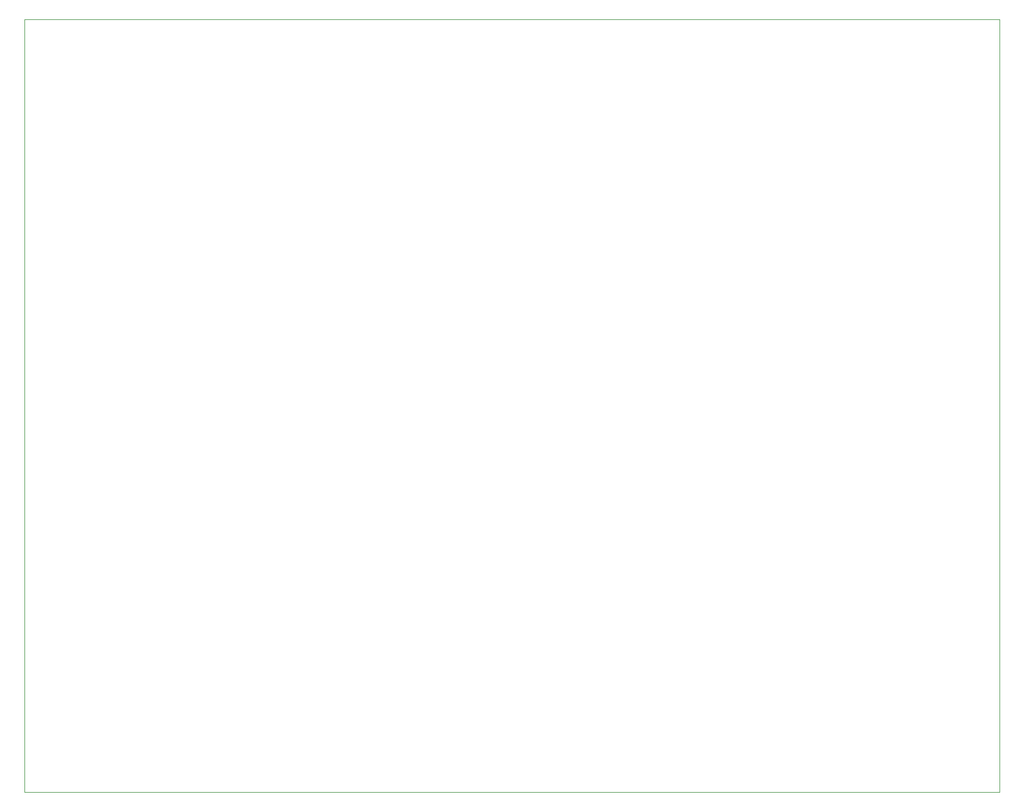
<source format=gm1>
G04 #@! TF.GenerationSoftware,KiCad,Pcbnew,7.0.1-0*
G04 #@! TF.CreationDate,2024-01-25T19:49:42+00:00*
G04 #@! TF.ProjectId,tail-lights,7461696c-2d6c-4696-9768-74732e6b6963,rev?*
G04 #@! TF.SameCoordinates,Original*
G04 #@! TF.FileFunction,Profile,NP*
%FSLAX46Y46*%
G04 Gerber Fmt 4.6, Leading zero omitted, Abs format (unit mm)*
G04 Created by KiCad (PCBNEW 7.0.1-0) date 2024-01-25 19:49:42*
%MOMM*%
%LPD*%
G01*
G04 APERTURE LIST*
G04 #@! TA.AperFunction,Profile*
%ADD10C,0.100000*%
G04 #@! TD*
G04 APERTURE END LIST*
D10*
X27094000Y-141828000D02*
X172094000Y-141828000D01*
X27094000Y-26828000D02*
X27094000Y-141828000D01*
X27094000Y-26828000D02*
X172094000Y-26828000D01*
X172094000Y-26828000D02*
X172094000Y-141828000D01*
M02*

</source>
